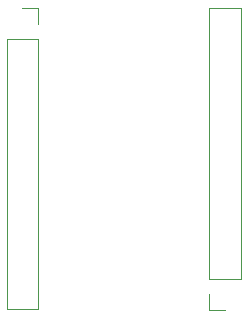
<source format=gbr>
G04 #@! TF.GenerationSoftware,KiCad,Pcbnew,(5.1.4-0)*
G04 #@! TF.CreationDate,2021-09-04T14:31:52+08:00*
G04 #@! TF.ProjectId,esp32-c3-breakout,65737033-322d-4633-932d-627265616b6f,V1.0*
G04 #@! TF.SameCoordinates,Original*
G04 #@! TF.FileFunction,Legend,Bot*
G04 #@! TF.FilePolarity,Positive*
%FSLAX46Y46*%
G04 Gerber Fmt 4.6, Leading zero omitted, Abs format (unit mm)*
G04 Created by KiCad (PCBNEW (5.1.4-0)) date 2021-09-04 14:31:52*
%MOMM*%
%LPD*%
G04 APERTURE LIST*
%ADD10C,0.120000*%
G04 APERTURE END LIST*
D10*
X200720000Y-108645000D02*
X198060000Y-108645000D01*
X200720000Y-85725000D02*
X200720000Y-108645000D01*
X198060000Y-85725000D02*
X198060000Y-108645000D01*
X200720000Y-85725000D02*
X198060000Y-85725000D01*
X200720000Y-84455000D02*
X200720000Y-83125000D01*
X200720000Y-83125000D02*
X199390000Y-83125000D01*
X215205000Y-108682000D02*
X216535000Y-108682000D01*
X215205000Y-107352000D02*
X215205000Y-108682000D01*
X215205000Y-106082000D02*
X217865000Y-106082000D01*
X217865000Y-106082000D02*
X217865000Y-83162000D01*
X215205000Y-106082000D02*
X215205000Y-83162000D01*
X215205000Y-83162000D02*
X217865000Y-83162000D01*
M02*

</source>
